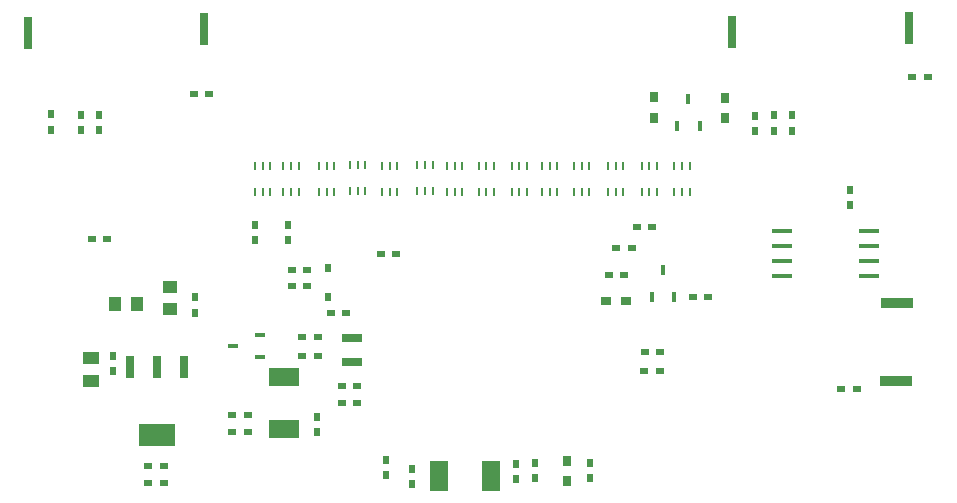
<source format=gbr>
G04 DipTrace 3.3.1.3*
G04 TopPaste.gbr*
%MOIN*%
G04 #@! TF.FileFunction,Paste,Top*
G04 #@! TF.Part,Single*
%AMOUTLINE2*
4,1,4,
-0.025591,0.021654,
0.025591,0.021654,
0.025591,-0.021654,
-0.025591,-0.021654,
-0.025591,0.021654,
0*%
%ADD70R,0.031496X0.110236*%
%ADD72R,0.003937X0.051181*%
%ADD78R,0.110236X0.035433*%
%ADD80R,0.051181X0.003937*%
%ADD82R,0.029528X0.007874*%
%ADD84R,0.098425X0.062992*%
%ADD86R,0.033465X0.017717*%
%ADD88R,0.043307X0.051181*%
%ADD92R,0.062992X0.098425*%
%ADD94R,0.070866X0.031496*%
%ADD96R,0.051181X0.043307*%
%ADD98R,0.017717X0.033465*%
%ADD102R,0.035433X0.031496*%
%ADD104R,0.031496X0.035433*%
%ADD106R,0.070866X0.015748*%
%ADD108R,0.027559X0.019685*%
%ADD110R,0.019685X0.027559*%
%ADD112R,0.120079X0.076772*%
%ADD114R,0.029528X0.076772*%
%ADD116R,0.007874X0.027559*%
%ADD118R,0.003937X0.055118*%
%ADD120R,0.055118X0.003937*%
%ADD128OUTLINE2*%
%FSLAX26Y26*%
G04*
G70*
G90*
G75*
G01*
G04 TopPaste*
%LPD*%
D120*
X1702140Y1176091D3*
Y1156406D3*
Y1136720D3*
Y1117035D3*
Y1097350D3*
Y1077665D3*
Y1057980D3*
Y1038295D3*
Y1018610D3*
Y998925D3*
Y979240D3*
Y959555D3*
Y939870D3*
Y920185D3*
Y900500D3*
Y880815D3*
Y861130D3*
Y841445D3*
Y821760D3*
Y802075D3*
Y782390D3*
Y762705D3*
Y743020D3*
Y723335D3*
Y703650D3*
D118*
X1769070Y636720D3*
X1788755D3*
X1808440D3*
X1828125D3*
X1847810D3*
X1867495D3*
X1887180D3*
X1906865D3*
X1926550D3*
X1946235D3*
X1965920D3*
X1985605D3*
X2005290D3*
X2024975D3*
X2044660D3*
X2064345D3*
X2084030D3*
X2103715D3*
X2123400D3*
X2143085D3*
X2162770D3*
X2182455D3*
X2202140D3*
X2221825D3*
X2241510D3*
D120*
X2308440Y703650D3*
Y723335D3*
Y743020D3*
Y762705D3*
Y782390D3*
Y802075D3*
Y821760D3*
Y841445D3*
Y861130D3*
Y880815D3*
Y900500D3*
Y920185D3*
Y939870D3*
Y959555D3*
Y979240D3*
Y998925D3*
Y1018610D3*
Y1038295D3*
Y1057980D3*
Y1077665D3*
Y1097350D3*
Y1117035D3*
Y1136720D3*
Y1156406D3*
Y1176091D3*
D118*
X2241510Y1243020D3*
X2221825D3*
X2202140D3*
X2182455D3*
X2162770D3*
X2143085D3*
X2123400D3*
X2103715D3*
X2084030D3*
X2064345D3*
X2044660D3*
X2024975D3*
X2005290D3*
X1985605D3*
X1965920D3*
X1946235D3*
X1926550D3*
X1906865D3*
X1887180D3*
X1867495D3*
X1847810D3*
X1828125D3*
X1808440D3*
X1788755D3*
X1769070D3*
D116*
X2596421Y1550003D3*
X2570831D3*
X2545240D3*
Y1463388D3*
X2570831D3*
X2596421D3*
X2483957Y1548925D3*
X2458366D3*
X2432776D3*
Y1462311D3*
X2458366D3*
X2483957D3*
X2371462Y1548825D3*
X2345871D3*
X2320281D3*
Y1462211D3*
X2345871D3*
X2371462D3*
X2264165Y1548904D3*
X2238575D3*
X2212984D3*
Y1462290D3*
X2238575D3*
X2264165D3*
X2163564Y1550348D3*
X2137974D3*
X2112383D3*
Y1463734D3*
X2137974D3*
X2163564D3*
X2705867Y1550394D3*
X2680277D3*
X2654686D3*
Y1463780D3*
X2680277D3*
X2705867D3*
X2052696Y1550037D3*
X2027105D3*
X2001514D3*
Y1463423D3*
X2027105D3*
X2052696D3*
X1947793Y1550041D3*
X1922202D3*
X1896612D3*
Y1463427D3*
X1922202D3*
X1947793D3*
X1848265Y1550732D3*
X1822675D3*
X1797084D3*
Y1464118D3*
X1822675D3*
X1848265D3*
X1623803Y1550556D3*
X1598213D3*
X1572622D3*
Y1463942D3*
X1598213D3*
X1623803D3*
X1520504Y1549568D3*
X1494913D3*
X1469323D3*
Y1462954D3*
X1494913D3*
X1520504D3*
X1402009Y1548344D3*
X1376419D3*
X1350828D3*
Y1461730D3*
X1376419D3*
X1402009D3*
X1307906Y1548440D3*
X1282315D3*
X1256724D3*
Y1461825D3*
X1282315D3*
X1307906D3*
D128*
X709552Y908500D3*
Y833697D3*
D114*
X1019438Y880290D3*
X928887D3*
X838336D3*
D112*
X928887Y651944D3*
D110*
X782648Y915715D3*
Y864534D3*
D108*
X951703Y491304D3*
X900522D3*
X901181Y548475D3*
X952362D3*
X1510278Y1058766D3*
X1561459D3*
D110*
X1693993Y568948D3*
Y517766D3*
D108*
X1675430Y1254281D3*
X1726612D3*
X2487425Y1184433D3*
X2436244D3*
X3262660Y806400D3*
X3211479D3*
D116*
X1731177Y1550014D3*
X1705587D3*
X1679996D3*
Y1463400D3*
X1705587D3*
X1731177D3*
D106*
X3013450Y1330940D3*
Y1280941D3*
Y1230941D3*
Y1180940D3*
X3304789D3*
Y1230941D3*
Y1280941D3*
Y1330940D3*
D108*
X2460386Y1277051D3*
X2511567D3*
X1180428Y663444D3*
X1231609D3*
X1232362Y718941D3*
X1181181D3*
X1546856Y757469D3*
X1598037D3*
D104*
X2296878Y566948D3*
Y500018D3*
D102*
X2425739Y1100332D3*
X2492668D3*
D110*
X2188273Y559602D3*
Y508421D3*
D108*
X2605962Y865521D3*
X2554781D3*
X2606164Y927587D3*
X2554983D3*
D110*
X577206Y1670522D3*
Y1721703D3*
D108*
X3499222Y1844013D3*
X3448041D3*
D98*
X2663896Y1681601D3*
X2738699D3*
X2701298Y1772152D3*
D104*
X2585681Y1710472D3*
Y1777402D3*
X2823966Y1709476D3*
Y1776406D3*
D110*
X674902Y1667635D3*
Y1718816D3*
D98*
X2578715Y1111018D3*
X2653518D3*
X2616117Y1201570D3*
D108*
X2716479Y1111228D3*
X2767660D3*
X1379789Y1203199D3*
X1430970D3*
X1379545Y1148273D3*
X1430726D3*
D110*
X1055114Y1059639D3*
Y1110820D3*
D96*
X972685Y1070563D3*
Y1145366D3*
D110*
X1500588Y1110664D3*
Y1209352D3*
D108*
X1414163Y980534D3*
X1465344D3*
X1413881Y914903D3*
X1465062D3*
D110*
X1257924Y1352337D3*
Y1301156D3*
X1367722Y1352017D3*
Y1300836D3*
X735531Y1668554D3*
Y1719735D3*
X2924045Y1665289D3*
Y1716470D3*
X2986762Y1666476D3*
Y1717657D3*
X3047541Y1666100D3*
Y1717281D3*
D94*
X1580469Y896836D3*
X1579944Y976757D3*
D108*
X1545017Y814879D3*
X1596198D3*
D92*
X2043728Y514740D3*
X1870500D3*
D110*
X2125794Y505978D3*
Y557159D3*
D108*
X763295Y1307136D3*
X712114D3*
D110*
X1780541Y538940D3*
Y487759D3*
D88*
X789936Y1087976D3*
X864739D3*
D110*
X2371852Y560395D3*
Y509214D3*
D86*
X1272825Y910762D3*
Y985566D3*
X1182274Y948164D3*
D110*
X3238412Y1468971D3*
Y1417790D3*
D108*
X1104634Y1789071D3*
X1053453D3*
X2529189Y1346726D3*
X2580370D3*
D84*
X1351559Y844003D3*
Y670774D3*
D110*
X1464744Y660786D3*
Y711967D3*
D82*
X3383075Y1092331D3*
D80*
X3494226Y1028289D3*
Y1008604D3*
Y988919D3*
Y969234D3*
Y949549D3*
Y929864D3*
Y910178D3*
Y890493D3*
D82*
X3404102Y829454D3*
D78*
X3393262Y830571D3*
X3394991Y1090584D3*
D72*
X575500Y1905430D3*
X595188D3*
X614875D3*
X634563D3*
X654251D3*
X673938D3*
X693626D3*
X713314D3*
X733000D3*
X752688D3*
X772375D3*
X792063D3*
X811751D3*
X831438D3*
X851126D3*
X870814D3*
X890500D3*
X910188D3*
X929875D3*
X949563D3*
X969251D3*
X988938D3*
X1008626D3*
X1028314D3*
D70*
X498189Y1993871D3*
X1087751Y2006722D3*
D72*
X2922875Y1907005D3*
X2942563D3*
X2962251D3*
X2981938D3*
X3001626D3*
X3021314D3*
X3041001D3*
X3060689D3*
X3080375D3*
X3100063D3*
X3119751D3*
X3139438D3*
X3159126D3*
X3178814D3*
X3198501D3*
X3218189D3*
X3237875D3*
X3257563D3*
X3277251D3*
X3296938D3*
X3316626D3*
X3336314D3*
X3356001D3*
X3375689D3*
D70*
X2845564Y1995446D3*
X3435126Y2008297D3*
M02*

</source>
